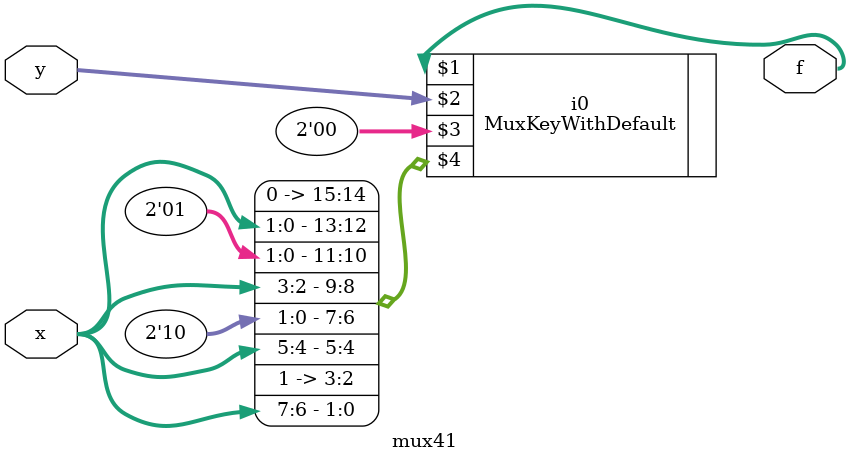
<source format=v>
module mux41(x,y,f);
  input  [7:0] x;
  input  [1:0] y;
  output [1:0]f;
  MuxKeyWithDefault #(4, 2, 2) i0 (f, y, 2'b0,{
        2'b00, x[1:0],
        2'b01, x[3:2],
        2'b10, x[5:4],
        2'b11, x[7:6]
  });
endmodule


</source>
